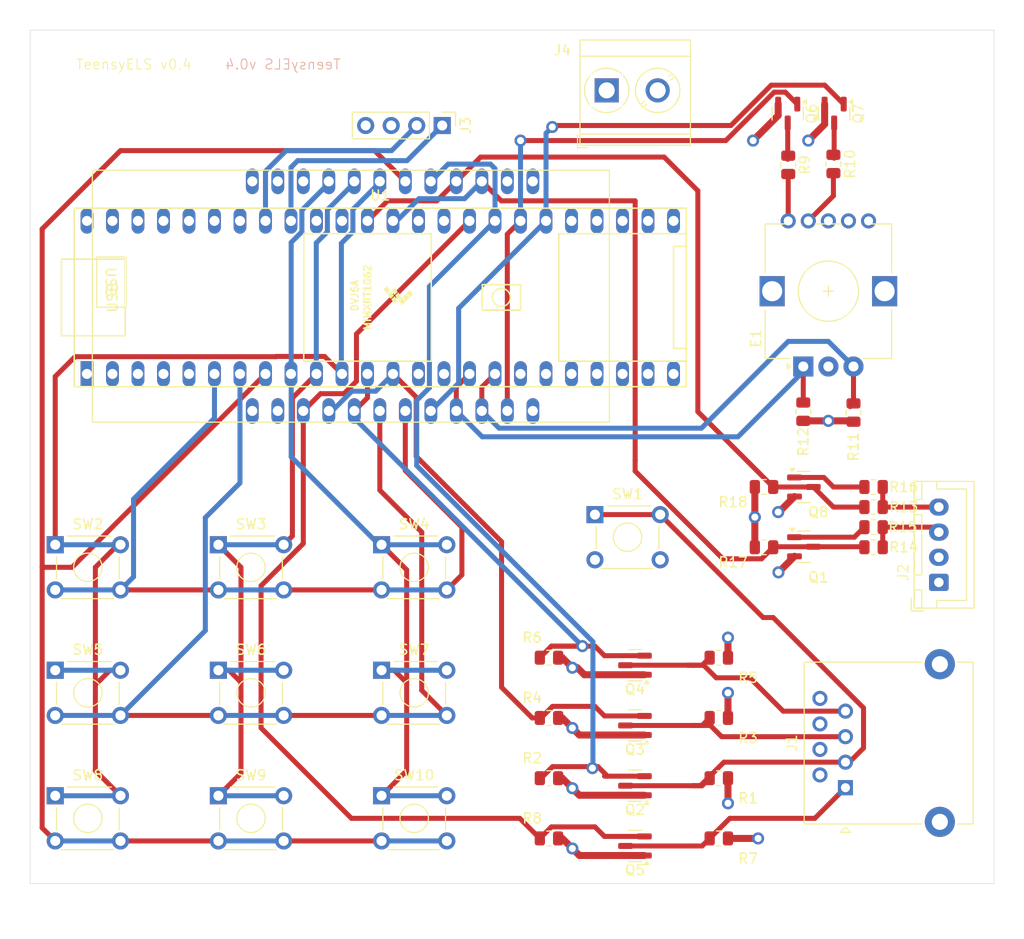
<source format=kicad_pcb>
(kicad_pcb (version 20240108) (generator "pcbnew") (generator_version "8.0")
  (layers (0 "F.Cu" signal) (1 "In1.Cu" signal) (2 "In2.Cu" signal) (31 "B.Cu" signal) (34 "B.Paste" user) (35 "F.Paste" user) (36 "B.SilkS" user "B.Silkscreen") (37 "F.SilkS" user "F.Silkscreen") (38 "B.Mask" user) (39 "F.Mask" user) (44 "Edge.Cuts" user))
  (net 0 "")
  (net 25 "GND")
  (net 26 "Net-(Q4-D)")
  (net 27 "Net-(Q5-D)")
  (net 28 "Net-(Q2-D)")
  (net 29 "Net-(Q3-D)")
  (net 30 "+5V")
  (net 31 "Net-(J2-Pin_4)")
  (net 32 "Net-(J2-Pin_3)")
  (net 33 "/SDA")
  (net 34 "/SCL")
  (net 35 "/Step")
  (net 36 "/UIEncA")
  (net 37 "/PadH1")
  (net 38 "/Red")
  (net 39 "/EncA")
  (net 40 "/PadH3")
  (net 41 "/PadV2")
  (net 42 "/PadV3")
  (net 43 "/Alm")
  (net 44 "+3.3V")
  (net 45 "/Green")
  (net 46 "/Ena")
  (net 47 "/PadV1")
  (net 48 "/PadH2")
  (net 49 "/Dir")
  (net 50 "/UIEncB")
  (net 51 "/EncB")
  (net 52 "Net-(Q1-G)")
  (net 53 "Net-(Q6-D)")
  (net 54 "Net-(Q7-D)")
  (net 55 "Net-(Q8-G)")
  (net 56 "Net-(E1-RL)")
  (net 58 "Net-(E1-GL)")
  (footprint "Package_TO_SOT_SMD:SOT-23" (layer "F.Cu") (at 77.2375 93.25 180)
    (property "Reference" "Q3")
    (property "Value" "BSS138" (hide yes))
  )
  (footprint "Resistor_SMD:R_0805_2012Metric" (layer "F.Cu") (at 90.0875 69.5 180)
    (property "Reference" "R18")
    (property "Value" "10K" (hide yes))
  )
  (footprint "TTGO_T_Display:TTGO-T-Display" (layer "F.Cu") (at 71.383686 49.09794 -90)
    (property "Reference" "MCU1" (hide yes))
    (property "Value" "TTGO-T-Display" (hide yes))
  )
  (footprint "Resistor_SMD:R_0805_2012Metric" (layer "F.Cu") (at 68.675 92.5)
    (property "Reference" "R4")
    (property "Value" "10K" (hide yes))
  )
  (footprint "Package_TO_SOT_SMD:SOT-23" (layer "F.Cu") (at 94.0625 69.5)
    (property "Reference" "Q8")
    (property "Value" "BSS138" (hide yes))
  )
  (footprint "Package_TO_SOT_SMD:SOT-23" (layer "F.Cu") (at 97.075 32.30625 -90)
    (property "Reference" "Q7")
    (property "Value" "BSS138" (hide yes))
  )
  (footprint "Resistor_SMD:R_0805_2012Metric" (layer "F.Cu") (at 99 62.0875 -90)
    (property "Reference" "R11")
    (property "Value" "10K" (hide yes))
  )
  (footprint "Resistor_SMD:R_0805_2012Metric" (layer "F.Cu") (at 94 62 90)
    (property "Reference" "R12")
    (property "Value" "10K" (hide yes))
  )
  (footprint "" (layer "F.Cu") (at 21.5 32.5)
    (property "Reference" "")
    (property "Value" "")
  )
  (footprint "Connector_JST:JST_XH_B4B-XH-A_1x04_P2.50mm_Vertical" (layer "F.Cu") (at 107.5 79 90)
    (property "Reference" "J2")
    (property "Value" "Conn_01x04_Pin" (hide yes))
  )
  (footprint "TerminalBlock_CUI:TerminalBlock_CUI_TB007-508-02_1x02_P5.08mm_Horizontal" (layer "F.Cu") (at 74.42 30)
    (property "Reference" "J4")
    (property "Value" "Screw_Terminal_01x02" (hide yes))
  )
  (footprint "teensy:Teensy41" (layer "F.Cu") (at 51.87 50.62)
    (property "Reference" "U1")
    (property "Value" "Teensy4.1")
  )
  (footprint "Resistor_SMD:R_0805_2012Metric" (layer "F.Cu") (at 85.5875 104.5 180)
    (property "Reference" "R7")
    (property "Value" "10K" (hide yes))
  )
  (footprint "Button_Switch_THT:SW_TH_Tactile_Omron_B3F-10xx" (layer "F.Cu") (at 19.5 100.25)
    (property "Reference" "SW8")
    (property "Value" "SW_Omron_B3FS" (hide yes))
  )
  (footprint "Resistor_SMD:R_0805_2012Metric" (layer "F.Cu") (at 101 75.5 180)
    (property "Reference" "R14")
    (property "Value" "0K" (hide yes))
  )
  (footprint "Resistor_SMD:R_0805_2012Metric" (layer "F.Cu") (at 85.5875 98.5 180)
    (property "Reference" "R1")
    (property "Value" "10K" (hide yes))
  )
  (footprint "" (layer "F.Cu") (at 108 29)
    (property "Reference" "")
    (property "Value" "")
  )
  (footprint "Resistor_SMD:R_0805_2012Metric" (layer "F.Cu") (at 68.675 86.5)
    (property "Reference" "R6")
    (property "Value" "10K" (hide yes))
  )
  (footprint "Button_Switch_THT:SW_TH_Tactile_Omron_B3F-10xx" (layer "F.Cu") (at 35.75 87.75)
    (property "Reference" "SW6")
    (property "Value" "SW_Omron_B3FS" (hide yes))
  )
  (footprint "Resistor_SMD:R_0805_2012Metric" (layer "F.Cu") (at 85.5875 92.5 180)
    (property "Reference" "R3")
    (property "Value" "10K" (hide yes))
  )
  (footprint "Resistor_SMD:R_0805_2012Metric" (layer "F.Cu") (at 101 73.5 180)
    (property "Reference" "R15")
    (property "Value" "10K" (hide yes))
  )
  (footprint "Button_Switch_THT:SW_TH_Tactile_Omron_B3F-10xx" (layer "F.Cu") (at 73.25 72.25)
    (property "Reference" "SW1")
    (property "Value" "SW_Omron_B3FS" (hide yes))
  )
  (footprint "Package_TO_SOT_SMD:SOT-23" (layer "F.Cu") (at 77.2375 99.25 180)
    (property "Reference" "Q2")
    (property "Value" "BSS138" (hide yes))
  )
  (footprint "Resistor_SMD:R_0805_2012Metric" (layer "F.Cu") (at 90.0875 75.5 180)
    (property "Reference" "R17")
    (property "Value" "10K" (hide yes))
  )
  (footprint "Resistor_SMD:R_0805_2012Metric" (layer "F.Cu") (at 101 69.5 180)
    (property "Reference" "R16")
    (property "Value" "10K" (hide yes))
  )
  (footprint "Package_TO_SOT_SMD:SOT-23" (layer "F.Cu") (at 77.2375 105.25 180)
    (property "Reference" "Q5")
    (property "Value" "BSS138" (hide yes))
  )
  (footprint "Resistor_SMD:R_0805_2012Metric" (layer "F.Cu") (at 85.5875 86.5 180)
    (property "Reference" "R5")
    (property "Value" "10K" (hide yes))
  )
  (footprint "Button_Switch_THT:SW_TH_Tactile_Omron_B3F-10xx" (layer "F.Cu") (at 35.75 75.25)
    (property "Reference" "SW3")
    (property "Value" "SW_Omron_B3FS" (hide yes))
  )
  (footprint "Package_TO_SOT_SMD:SOT-23" (layer "F.Cu") (at 94.0625 75.45)
    (property "Reference" "Q1")
    (property "Value" "BSS138" (hide yes))
  )
  (footprint "Resistor_SMD:R_0805_2012Metric" (layer "F.Cu") (at 92.5 37.41875 -90)
    (property "Reference" "R9")
    (property "Value" "330R" (hide yes))
  )
  (footprint "" (layer "F.Cu") (at 101.5 106)
    (property "Reference" "")
    (property "Value" "")
  )
  (footprint "Package_TO_SOT_SMD:SOT-23" (layer "F.Cu") (at 77.2375 87.25 180)
    (property "Reference" "Q4")
    (property "Value" "BSS138" (hide yes))
  )
  (footprint "Connector_RJ:RJ45_RCH_RC01937" (layer "F.Cu") (at 98.2 99.445 90)
    (property "Reference" "J1")
    (property "Value" "RJ45_Shielded" (hide yes))
  )
  (footprint "Resistor_SMD:R_0805_2012Metric" (layer "F.Cu") (at 97 37.33125 -90)
    (property "Reference" "R10")
    (property "Value" "330R" (hide yes))
  )
  (footprint "Button_Switch_THT:SW_TH_Tactile_Omron_B3F-10xx" (layer "F.Cu") (at 52 75.25)
    (property "Reference" "SW4")
    (property "Value" "SW_Omron_B3FS" (hide yes))
  )
  (footprint "" (layer "F.Cu") (at 30.5 97.5)
    (property "Reference" "")
    (property "Value" "")
  )
  (footprint "Resistor_SMD:R_0805_2012Metric" (layer "F.Cu") (at 68.675 98.5)
    (property "Reference" "R2")
    (property "Value" "10K" (hide yes))
  )
  (footprint "Connector_PinHeader_2.54mm:PinHeader_1x04_P2.54mm_Vertical" (layer "F.Cu") (at 58.04 33.5 -90)
    (property "Reference" "J3")
    (property "Value" "Conn_01x04_Pin" (hide yes))
  )
  (footprint "Resistor_SMD:R_0805_2012Metric" (layer "F.Cu") (at 68.675 104.5)
    (property "Reference" "R8")
    (property "Value" "10K" (hide yes))
  )
  (footprint "Package_TO_SOT_SMD:SOT-23" (layer "F.Cu") (at 92.45 32.30625 -90)
    (property "Reference" "Q6")
    (property "Value" "BSS138" (hide yes))
  )
  (footprint "Button_Switch_THT:SW_TH_Tactile_Omron_B3F-10xx" (layer "F.Cu") (at 19.5 75.25)
    (property "Reference" "SW2")
    (property "Value" "SW_Omron_B3FS" (hide yes))
  )
  (footprint "Rotary:Sparkfun" (layer "F.Cu") (at 96.5 50 90)
    (property "Reference" "E1")
    (property "Value" "~")
  )
  (footprint "Resistor_SMD:R_0805_2012Metric" (layer "F.Cu") (at 101 71.5 180)
    (property "Reference" "R13")
    (property "Value" "0K" (hide yes))
  )
  (footprint "Button_Switch_THT:SW_TH_Tactile_Omron_B3F-10xx" (layer "F.Cu") (at 52 87.75)
    (property "Reference" "SW7")
    (property "Value" "SW_Omron_B3FS" (hide yes))
  )
  (footprint "Button_Switch_THT:SW_TH_Tactile_Omron_B3F-10xx" (layer "F.Cu") (at 19.5 87.75)
    (property "Reference" "SW5")
    (property "Value" "SW_Omron_B3FS" (hide yes))
  )
  (footprint "Button_Switch_THT:SW_TH_Tactile_Omron_B3F-10xx" (layer "F.Cu") (at 35.75 100.25)
    (property "Reference" "SW9")
    (property "Value" "SW_Omron_B3FS" (hide yes))
  )
  (footprint "Button_Switch_THT:SW_TH_Tactile_Omron_B3F-10xx" (layer "F.Cu") (at 52 100.25)
    (property "Reference" "SW10")
    (property "Value" "SW_Omron_B3FS" (hide yes))
  )
  (gr_line (start 113 24) (end 17 24) (stroke (width 0.05)) (layer "Edge.Cuts"))
  (gr_line (start 113 109) (end 113 24) (stroke (width 0.05)) (layer "Edge.Cuts"))
  (gr_line (start 17 24) (end 17 109) (stroke (width 0.05)) (layer "Edge.Cuts"))
  (gr_line (start 17 109) (end 113 109) (stroke (width 0.05)) (layer "Edge.Cuts"))
  (gr_text "TeensyELS v0.4" (at 48 28 0) (layer "B.SilkS") (effects (font (size 1 1) (thickness 0.1)) (justify left bottom mirror)))
  (gr_text "TeensyELS v0.4\n" (at 21.5 28 0) (layer "F.SilkS") (effects (font (size 1 1) (thickness 0.1)) (justify left bottom)))
  (segment (start 93.125 70.45) (end 91.575 72) (width 0.7) (layer "F.Cu") (net 25))
  (segment (start 96.125 31.36875) (end 96.125 33.375) (width 0.7) (layer "F.Cu") (net 25))
  (segment (start 91.5 32.5) (end 89 35) (width 0.7) (layer "F.Cu") (net 25))
  (segment (start 91.5 31.36875) (end 91.5 32.5) (width 0.7) (layer "F.Cu") (net 25))
  (segment (start 96.125 33.375) (end 94.5 35) (width 0.7) (layer "F.Cu") (net 25))
  (segment (start 93.125 76.4) (end 91.525 78) (width 0.7) (layer "F.Cu") (net 25))
  (segment (start 91.575 72) (end 91.5 72) (width 0.7) (layer "F.Cu") (net 25))
  (via (at 91.525 78) (size 1.2) (drill 0.7) (layers "F.Cu" "B.Cu") (net 25))
  (via (at 91.5 72) (size 1.2) (drill 0.7) (layers "F.Cu" "B.Cu") (net 25))
  (via (at 89 35) (size 1.2) (drill 0.7) (layers "F.Cu" "B.Cu") (net 25))
  (via (at 94.5 35) (size 1.2) (drill 0.7) (layers "F.Cu" "B.Cu") (net 25))
  (segment (start 83.925 87.25) (end 83 87.25) (width 0.5) (layer "F.Cu") (net 26))
  (segment (start 92 91.825) (end 98.2 91.825) (width 0.5) (layer "F.Cu") (net 26))
  (segment (start 85.325 88.5) (end 88.675 88.5) (width 0.5) (layer "F.Cu") (net 26))
  (segment (start 82.5 87.25) (end 84.075 87.25) (width 0.5) (layer "F.Cu") (net 26))
  (segment (start 84.075 87.25) (end 85.325 88.5) (width 0.5) (layer "F.Cu") (net 26))
  (segment (start 88.675 88.5) (end 92 91.825) (width 0.5) (layer "F.Cu") (net 26))
  (segment (start 84.675 86.5) (end 83.925 87.25) (width 0.5) (layer "F.Cu") (net 26))
  (segment (start 83 87.25) (end 82.5 87.25) (width 0.5) (layer "F.Cu") (net 26))
  (segment (start 82.5 87.25) (end 76.3 87.25) (width 0.5) (layer "F.Cu") (net 26))
  (segment (start 83.925 105.25) (end 83 105.25) (width 0.5) (layer "F.Cu") (net 27))
  (segment (start 84.675 104.5) (end 83.925 105.25) (width 0.5) (layer "F.Cu") (net 27))
  (segment (start 84.675 104.5) (end 86.675 102.5) (width 0.5) (layer "F.Cu") (net 27))
  (segment (start 86.675 102.5) (end 95.145 102.5) (width 0.5) (layer "F.Cu") (net 27))
  (segment (start 95.145 102.5) (end 98.2 99.445) (width 0.5) (layer "F.Cu") (net 27))
  (segment (start 83 105.25) (end 76.3 105.25) (width 0.5) (layer "F.Cu") (net 27))
  (segment (start 83 99.25) (end 83.75 99.25) (width 0.5) (layer "F.Cu") (net 28))
  (segment (start 83.925 99.25) (end 83 99.25) (width 0.5) (layer "F.Cu") (net 28))
  (segment (start 100 95.5) (end 98.595 96.905) (width 0.5) (layer "F.Cu") (net 28))
  (segment (start 86.095 96.905) (end 98.2 96.905) (width 0.5) (layer "F.Cu") (net 28))
  (segment (start 90 82.5) (end 91 82.5) (width 0.5) (layer "F.Cu") (net 28))
  (segment (start 91 82.5) (end 100 91.5) (width 0.5) (layer "F.Cu") (net 28))
  (segment (start 83 99.25) (end 76.3 99.25) (width 0.5) (layer "F.Cu") (net 28))
  (segment (start 98.595 96.905) (end 98.2 96.905) (width 0.5) (layer "F.Cu") (net 28))
  (segment (start 83.75 99.25) (end 86.095 96.905) (width 0.5) (layer "F.Cu") (net 28))
  (segment (start 73.25 72.25) (end 79.75 72.25) (width 0.5) (layer "F.Cu") (net 28))
  (segment (start 100 91.5) (end 100 95.5) (width 0.5) (layer "F.Cu") (net 28))
  (segment (start 79.75 72.25) (end 90 82.5) (width 0.5) (layer "F.Cu") (net 28))
  (segment (start 84.675 98.5) (end 83.925 99.25) (width 0.5) (layer "F.Cu") (net 28))
  (segment (start 84.675 92.5) (end 83.925 93.25) (width 0.5) (layer "F.Cu") (net 29))
  (segment (start 84.75 93.25) (end 85.865 94.365) (width 0.5) (layer "F.Cu") (net 29))
  (segment (start 85.865 94.365) (end 98.2 94.365) (width 0.5) (layer "F.Cu") (net 29))
  (segment (start 83 93.25) (end 76.3 93.25) (width 0.5) (layer "F.Cu") (net 29))
  (segment (start 83 93.25) (end 84.75 93.25) (width 0.5) (layer "F.Cu") (net 29))
  (segment (start 83.925 93.25) (end 83 93.25) (width 0.5) (layer "F.Cu") (net 29))
  (segment (start 86.5 101) (end 86.5 98.5) (width 0.7) (layer "F.Cu") (net 30))
  (segment (start 89.5 104.5) (end 86.5 104.5) (width 0.7) (layer "F.Cu") (net 30))
  (segment (start 86.5 90) (end 86.5 92.5) (width 0.7) (layer "F.Cu") (net 30))
  (segment (start 86.5 84.5) (end 86.5 86.5) (width 0.7) (layer "F.Cu") (net 30))
  (via (at 89.5 104.5) (size 1.2) (drill 0.7) (layers "F.Cu" "B.Cu") (net 30))
  (via (at 86.5 84.5) (size 1.2) (drill 0.7) (layers "F.Cu" "B.Cu") (net 30))
  (via (at 86.5 90) (size 1.2) (drill 0.7) (layers "F.Cu" "B.Cu") (net 30))
  (via (at 86.5 101) (size 1.2) (drill 0.7) (layers "F.Cu" "B.Cu") (net 30))
  (segment (start 101.9125 71.5) (end 107.5 71.5) (width 0.5) (layer "F.Cu") (net 31))
  (segment (start 101.9125 71.5) (end 101.9125 69.5) (width 0.5) (layer "F.Cu") (net 31))
  (segment (start 101.9125 73.5) (end 107 73.5) (width 0.5) (layer "F.Cu") (net 32))
  (segment (start 101.9125 75.5) (end 101.9125 73.5) (width 0.5) (layer "F.Cu") (net 32))
  (segment (start 107 73.5) (end 107.5 74) (width 0.5) (layer "F.Cu") (net 32))
  (segment (start 54.54 37) (end 43.643336 37) (width 0.5) (layer "B.Cu") (net 33))
  (segment (start 43.643336 37) (end 42.98 37.663336) (width 0.5) (layer "B.Cu") (net 33))
  (segment (start 58.04 33.5) (end 54.54 37) (width 0.5) (layer "B.Cu") (net 33))
  (segment (start 42.98 37.663336) (end 42.98 43) (width 0.5) (layer "B.Cu") (net 33))
  (segment (start 40.44 38.06) (end 40.44 43) (width 0.5) (layer "B.Cu") (net 34))
  (segment (start 55.5 33.5) (end 53 36) (width 0.5) (layer "B.Cu") (net 34))
  (segment (start 42.5 36) (end 40.44 38.06) (width 0.5) (layer "B.Cu") (net 34))
  (segment (start 53 36) (end 42.5 36) (width 0.5) (layer "B.Cu") (net 34))
  (segment (start 68.9125 85.35) (end 73.25 85.35) (width 0.5) (layer "F.Cu") (net 35))
  (segment (start 50.6 60.610626) (end 49.285686 61.92494) (width 0.5) (layer "F.Cu") (net 35))
  (segment (start 68.9125 85.35) (end 72 85.35) (width 0.5) (layer "F.Cu") (net 35))
  (segment (start 73.25 85.35) (end 74.2 86.3) (width 0.5) (layer "F.Cu") (net 35))
  (segment (start 78.175 86.3) (end 74.2 86.3) (width 0.5) (layer "F.Cu") (net 35))
  (segment (start 67.7625 86.5) (end 68.9125 85.35) (width 0.5) (layer "F.Cu") (net 35))
  (segment (start 50.6 58.24) (end 50.6 60.610626) (width 0.5) (layer "F.Cu") (net 35))
  (via (at 72 85.35) (size 1.2) (drill 0.7) (layers "F.Cu" "B.Cu") (net 35))
  (segment (start 49.285686 62.635686) (end 49.285686 61.92494) (width 0.5) (layer "B.Cu") (net 35))
  (segment (start 72 85.35) (end 49.285686 62.635686) (width 0.5) (layer "B.Cu") (net 35))
  (segment (start 59.445686 61.92494) (end 59.445686 59.554314) (width 0.5) (layer "F.Cu") (net 36))
  (segment (start 59.445686 59.554314) (end 60.76 58.24) (width 0.5) (layer "F.Cu") (net 36))
  (segment (start 94 57.5) (end 94 61.0875) (width 0.5) (layer "F.Cu") (net 36))
  (segment (start 94 58) (end 94 57.5) (width 0.5) (layer "B.Cu") (net 36))
  (segment (start 87.5 64.5) (end 94 58) (width 0.5) (layer "B.Cu") (net 36))
  (segment (start 59.445686 61.92494) (end 62.020746 64.5) (width 0.5) (layer "B.Cu") (net 36))
  (segment (start 62.020746 64.5) (end 87.5 64.5) (width 0.5) (layer "B.Cu") (net 36))
  (segment (start 54.365686 61.92494) (end 54.365686 67.865686) (width 0.5) (layer "F.Cu") (net 37))
  (segment (start 54.365686 67.865686) (end 60 73.5) (width 0.5) (layer "F.Cu") (net 37))
  (segment (start 60 78.25) (end 58.5 79.75) (width 0.5) (layer "F.Cu") (net 37))
  (segment (start 26 79.75) (end 35.75 79.75) (width 0.5) (layer "F.Cu") (net 37))
  (segment (start 42.25 79.75) (end 52 79.75) (width 0.5) (layer "F.Cu") (net 37))
  (segment (start 60 73.5) (end 60 78.25) (width 0.5) (layer "F.Cu") (net 37))
  (segment (start 35.75 79.75) (end 42.25 79.75) (width 0.5) (layer "B.Cu") (net 37))
  (segment (start 27.3 78.45) (end 26 79.75) (width 0.5) (layer "B.Cu") (net 37))
  (segment (start 52 79.75) (end 58.5 79.75) (width 0.5) (layer "B.Cu") (net 37))
  (segment (start 35.36 62.64) (end 27.3 70.7) (width 0.5) (layer "B.Cu") (net 37))
  (segment (start 35.36 58.24) (end 35.36 62.64) (width 0.5) (layer "B.Cu") (net 37))
  (segment (start 27.3 70.7) (end 27.3 78.45) (width 0.5) (layer "B.Cu") (net 37))
  (segment (start 19.5 79.75) (end 26 79.75) (width 0.5) (layer "B.Cu") (net 37))
  (segment (start 86.278566 35) (end 65.84 35) (width 0.5) (layer "F.Cu") (net 38))
  (segment (start 92.2125 30.18125) (end 91.097316 30.18125) (width 0.5) (layer "F.Cu") (net 38))
  (segment (start 64.525686 44.314314) (end 64.525686 61.92494) (width 0.5) (layer "F.Cu") (net 38))
  (segment (start 65.84 43) (end 64.525686 44.314314) (width 0.5) (layer "F.Cu") (net 38))
  (segment (start 91.097316 30.18125) (end 86.278566 35) (width 0.5) (layer "F.Cu") (net 38))
  (segment (start 93.4 31.36875) (end 92.2125 30.18125) (width 0.5) (layer "F.Cu") (net 38))
  (via (at 65.84 35) (size 1.2) (drill 0.7) (layers "F.Cu" "B.Cu") (net 38))
  (segment (start 65.84 43) (end 65.84 35) (width 0.5) (layer "B.Cu") (net 38))
  (segment (start 97 71.5) (end 100.0875 71.5) (width 0.5) (layer "F.Cu") (net 39))
  (segment (start 83.5 40) (end 80.14494 36.64494) (width 0.5) (layer "F.Cu") (net 39))
  (segment (start 50.6 43) (end 52.6 41) (width 0.5) (layer "F.Cu") (net 39))
  (segment (start 52.6 41) (end 57.510626 41) (width 0.5) (layer "F.Cu") (net 39))
  (segment (start 61.865686 36.64494) (end 59.445686 39.06494) (width 0.5) (layer "F.Cu") (net 39))
  (segment (start 91 69.5) (end 95 69.5) (width 0.5) (layer "F.Cu") (net 39))
  (segment (start 80.14494 36.64494) (end 61.865686 36.64494) (width 0.5) (layer "F.Cu") (net 39))
  (segment (start 95 69.5) (end 97 71.5) (width 0.5) (layer "F.Cu") (net 39))
  (segment (start 83.5 62) (end 83.5 40) (width 0.5) (layer "F.Cu") (net 39))
  (segment (start 91 69.5) (end 83.5 62) (width 0.5) (layer "F.Cu") (net 39))
  (segment (start 57.510626 41) (end 59.445686 39.06494) (width 0.5) (layer "F.Cu") (net 39))
  (segment (start 40.44 58.24) (end 21.18 77.5) (width 0.5) (layer "F.Cu") (net 40))
  (segment (start 21.18 77.5) (end 18.2 77.5) (width 0.5) (layer "F.Cu") (net 40))
  (segment (start 26 104.75) (end 35.75 104.75) (width 0.5) (layer "F.Cu") (net 40))
  (segment (start 26 36) (end 18.2 43.8) (width 0.5) (layer "F.Cu") (net 40))
  (segment (start 54.365686 39.06494) (end 51.300746 36) (width 0.5) (layer "F.Cu") (net 40))
  (segment (start 51.300746 36) (end 26 36) (width 0.5) (layer "F.Cu") (net 40))
  (segment (start 18.2 103.45) (end 19.5 104.75) (width 0.5) (layer "F.Cu") (net 40))
  (segment (start 18.2 77.5) (end 18.2 103.45) (width 0.5) (layer "F.Cu") (net 40))
  (segment (start 18.2 43.8) (end 18.2 77.5) (width 0.5) (layer "F.Cu") (net 40))
  (segment (start 42.25 104.75) (end 52 104.75) (width 0.5) (layer "F.Cu") (net 40))
  (segment (start 35.75 104.75) (end 42.25 104.75) (width 0.5) (layer "B.Cu") (net 40))
  (segment (start 52 104.75) (end 58.5 104.75) (width 0.5) (layer "B.Cu") (net 40))
  (segment (start 19.5 104.75) (end 26 104.75) (width 0.5) (layer "B.Cu") (net 40))
  (segment (start 38 77.5) (end 35.75 75.25) (width 0.5) (layer "F.Cu") (net 41))
  (segment (start 38 90.5) (end 38 77.5) (width 0.5) (layer "F.Cu") (net 41))
  (segment (start 43.120686 60.639314) (end 45.52 58.24) (width 0.5) (layer "F.Cu") (net 41))
  (segment (start 42.25 75.25) (end 43.120686 74.379314) (width 0.5) (layer "F.Cu") (net 41))
  (segment (start 35.75 87.75) (end 36.8 87.75) (width 0.5) (layer "F.Cu") (net 41))
  (segment (start 43.120686 74.379314) (end 43.120686 60.639314) (width 0.5) (layer "F.Cu") (net 41))
  (segment (start 36.8 87.75) (end 38 88.95) (width 0.5) (layer "F.Cu") (net 41))
  (segment (start 38 88.95) (end 38 90.5) (width 0.5) (layer "F.Cu") (net 41))
  (segment (start 38 98) (end 38 90.5) (width 0.5) (layer "F.Cu") (net 41))
  (segment (start 35.75 100.25) (end 38 98) (width 0.5) (layer "F.Cu") (net 41))
  (segment (start 42.5 75) (end 42.25 75.25) (width 0.5) (layer "B.Cu") (net 41))
  (segment (start 45.5 58.22) (end 45.52 58.24) (width 0.5) (layer "B.Cu") (net 41))
  (segment (start 45.5 45.189422) (end 45.5 58.22) (width 0.5) (layer "B.Cu") (net 41))
  (segment (start 35.75 100.25) (end 42.25 100.25) (width 0.5) (layer "B.Cu") (net 41))
  (segment (start 46.605 41.895) (end 46.605 44.084422) (width 0.5) (layer "B.Cu") (net 41))
  (segment (start 42.25 87.75) (end 35.75 87.75) (width 0.5) (layer "B.Cu") (net 41))
  (segment (start 49.285686 39.214314) (end 46.605 41.895) (width 0.5) (layer "B.Cu") (net 41))
  (segment (start 35.75 75.25) (end 42.25 75.25) (width 0.5) (layer "B.Cu") (net 41))
  (segment (start 46.605 44.084422) (end 45.5 45.189422) (width 0.5) (layer "B.Cu") (net 41))
  (segment (start 49.285686 39.06494) (end 49.285686 39.214314) (width 0.5) (layer "B.Cu") (net 41))
  (segment (start 54.25 98) (end 54.5 98) (width 0.5) (layer "F.Cu") (net 42))
  (segment (start 52 87.75) (end 53.25 87.75) (width 0.5) (layer "F.Cu") (net 42))
  (segment (start 54.5 98) (end 54.5 77.75) (width 0.5) (layer "F.Cu") (net 42))
  (segment (start 54.5 77.75) (end 52 75.25) (width 0.5) (layer "F.Cu") (net 42))
  (segment (start 53.25 87.75) (end 54.5 89) (width 0.5) (layer "F.Cu") (net 42))
  (segment (start 52 100.25) (end 54.25 98) (width 0.5) (layer "F.Cu") (net 42))
  (segment (start 51.75 75.25) (end 43 66.5) (width 0.5) (layer "B.Cu") (net 42))
  (segment (start 52 87.75) (end 58.5 87.75) (width 0.5) (layer "B.Cu") (net 42))
  (segment (start 52 75.25) (end 51.75 75.25) (width 0.5) (layer "B.Cu") (net 42))
  (segment (start 43 66.5) (end 43 58.26) (width 0.5) (layer "B.Cu") (net 42))
  (segment (start 43 45.149422) (end 43 58.22) (width 0.5) (layer "B.Cu") (net 42))
  (segment (start 44.084422 41.915578) (end 44.065 41.915578) (width 0.5) (layer "B.Cu") (net 42))
  (segment (start 44.065 41.915578) (end 44.065 44.084422) (width 0.5) (layer "B.Cu") (net 42))
  (segment (start 52 75.25) (end 58.5 75.25) (width 0.5) (layer "B.Cu") (net 42))
  (segment (start 44.065 44.084422) (end 43 45.149422) (width 0.5) (layer "B.Cu") (net 42))
  (segment (start 43 58.22) (end 42.98 58.24) (width 0.5) (layer "B.Cu") (net 42))
  (segment (start 46.745686 39.254314) (end 44.084422 41.915578) (width 0.5) (layer "B.Cu") (net 42))
  (segment (start 43 58.26) (end 42.98 58.24) (width 0.5) (layer "B.Cu") (net 42))
  (segment (start 52 100.25) (end 58.5 100.25) (width 0.5) (layer "B.Cu") (net 42))
  (segment (start 46.745686 39.06494) (end 46.745686 39.254314) (width 0.5) (layer "B.Cu") (net 42))
  (segment (start 49 102.5) (end 40 93.5) (width 0.5) (layer "F.Cu") (net 43))
  (segment (start 67.7625 104.5) (end 65.7625 102.5) (width 0.5) (layer "F.Cu") (net 43))
  (segment (start 65.7625 102.5) (end 49 102.5) (width 0.5) (layer "F.Cu") (net 43))
  (segment (start 49.5 54.26) (end 49.5 58.969422) (width 0.5) (layer "F.Cu") (net 43))
  (segment (start 78.175 104.3) (end 74.2 104.3) (width 0.5) (layer "F.Cu") (net 43))
  (segment (start 40 93.5) (end 40 79.338478) (width 0.5) (layer "F.Cu") (net 43))
  (segment (start 60.76 43) (end 49.5 54.26) (width 0.5) (layer "F.Cu") (net 43))
  (segment (start 73.25 103.35) (end 74.2 104.3) (width 0.5) (layer "F.Cu") (net 43))
  (segment (start 67.7625 104.5) (end 68.9125 103.35) (width 0.5) (layer "F.Cu") (net 43))
  (segment (start 48.264482 60.20494) (end 45.925686 60.20494) (width 0.5) (layer "F.Cu") (net 43))
  (segment (start 44.205686 75.132792) (end 44.205686 61.92494) (width 0.5) (layer "F.Cu") (net 43))
  (segment (start 49.5 58.969422) (end 48.264482 60.20494) (width 0.5) (layer "F.Cu") (net 43))
  (segment (start 68.9125 103.35) (end 73.25 103.35) (width 0.5) (layer "F.Cu") (net 43))
  (segment (start 45.925686 60.20494) (end 44.205686 61.92494) (width 0.5) (layer "F.Cu") (net 43))
  (segment (start 40 79.338478) (end 44.205686 75.132792) (width 0.5) (layer "F.Cu") (net 43))
  (segment (start 71 105.5) (end 71.7 106.2) (width 0.7) (layer "F.Cu") (net 44))
  (segment (start 96.5 62.9125) (end 98.9125 62.9125) (width 0.7) (layer "F.Cu") (net 44))
  (segment (start 94 62.9125) (end 96.5 62.9125) (width 0.7) (layer "F.Cu") (net 44))
  (segment (start 70 92.5) (end 71 93.5) (width 0.7) (layer "F.Cu") (net 44))
  (segment (start 69.5875 98.5) (end 70 98.5) (width 0.7) (layer "F.Cu") (net 44))
  (segment (start 70 98.5) (end 71 99.5) (width 0.7) (layer "F.Cu") (net 44))
  (segment (start 72.2 88.2) (end 78.175 88.2) (width 0.7) (layer "F.Cu") (net 44))
  (segment (start 70 104.5) (end 71 105.5) (width 0.7) (layer "F.Cu") (net 44))
  (segment (start 89.175 69.5) (end 89.175 72.5) (width 0.7) (layer "F.Cu") (net 44))
  (segment (start 98.9125 62.9125) (end 99 63) (width 0.7) (layer "F.Cu") (net 44))
  (segment (start 71.7 94.2) (end 78.175 94.2) (width 0.7) (layer "F.Cu") (net 44))
  (segment (start 69.5875 86.5) (end 70 86.5) (width 0.7) (layer "F.Cu") (net 44))
  (segment (start 69.5875 104.5) (end 70 104.5) (width 0.7) (layer "F.Cu") (net 44))
  (segment (start 71 93.5) (end 71.7 94.2) (width 0.7) (layer "F.Cu") (net 44))
  (segment (start 71.7 100.2) (end 78.175 100.2) (width 0.7) (layer "F.Cu") (net 44))
  (segment (start 70 86.5) (end 71 87.5) (width 0.7) (layer "F.Cu") (net 44))
  (segment (start 69.5875 92.5) (end 70 92.5) (width 0.7) (layer "F.Cu") (net 44))
  (segment (start 71.7 106.2) (end 78.175 106.2) (width 0.7) (layer "F.Cu") (net 44))
  (segment (start 71.5 87.5) (end 72.2 88.2) (width 0.7) (layer "F.Cu") (net 44))
  (segment (start 71 87.5) (end 71.5 87.5) (width 0.7) (layer "F.Cu") (net 44))
  (segment (start 71 99.5) (end 71.7 100.2) (width 0.7) (layer "F.Cu") (net 44))
  (segment (start 89.175 72.5) (end 89.175 75.5) (width 0.7) (layer "F.Cu") (net 44))
  (via (at 71 87.5) (size 1.2) (drill 0.7) (layers "F.Cu" "B.Cu") (net 44))
  (via (at 71 99.5) (size 1.2) (drill 0.7) (layers "F.Cu" "B.Cu") (net 44))
  (via (at 89.175 72.5) (size 1.2) (drill 0.7) (layers "F.Cu" "B.Cu") (net 44))
  (via (at 71 93.5) (size 1.2) (drill 0.7) (layers "F.Cu" "B.Cu") (net 44))
  (via (at 96.5 62.9125) (size 1.2) (drill 0.7) (layers "F.Cu" "B.Cu") (net 44))
  (via (at 71 105.5) (size 1.2) (drill 0.7) (layers "F.Cu" "B.Cu") (net 44))
  (segment (start 69 33.65) (end 69.15 33.5) (width 0.5) (layer "F.Cu") (net 45))
  (segment (start 96.1375 29.48125) (end 98.025 31.36875) (width 0.5) (layer "F.Cu") (net 45))
  (segment (start 69.15 33.5) (end 86.788616 33.5) (width 0.5) (layer "F.Cu") (net 45))
  (segment (start 90.807366 29.48125) (end 96.1375 29.48125) (width 0.5) (layer "F.Cu") (net 45))
  (segment (start 86.788616 33.5) (end 90.807366 29.48125) (width 0.5) (layer "F.Cu") (net 45))
  (via (at 69 33.65) (size 1.2) (drill 0.7) (layers "F.Cu" "B.Cu") (net 45))
  (segment (start 68.38 43) (end 68.38 34.27) (width 0.5) (layer "B.Cu") (net 45))
  (segment (start 59.675 59.155626) (end 59.675 51.705) (width 0.5) (layer "B.Cu") (net 45))
  (segment (start 59.675 51.705) (end 68.38 43) (width 0.5) (layer "B.Cu") (net 45))
  (segment (start 68.38 34.27) (end 69 33.65) (width 0.5) (layer "B.Cu") (net 45))
  (segment (start 56.905686 61.92494) (end 59.675 59.155626) (width 0.5) (layer "B.Cu") (net 45))
  (segment (start 67.878122 98.5) (end 69.028122 97.35) (width 0.5) (layer "F.Cu") (net 46))
  (segment (start 73.55 97.35) (end 74.5 98.3) (width 0.5) (layer "F.Cu") (net 46))
  (segment (start 78.175 98.3) (end 74.5 98.3) (width 0.5) (layer "F.Cu") (net 46))
  (segment (start 74.5 98.3) (end 74.2 98.3) (width 0.5) (layer "F.Cu") (net 46))
  (segment (start 69.028122 97.35) (end 73.55 97.35) (width 0.5) (layer "F.Cu") (net 46))
  (segment (start 67.7625 98.5) (end 67.878122 98.5) (width 0.5) (layer "F.Cu") (net 46))
  (via (at 73 97.5) (size 1.2) (drill 0.7) (layers "F.Cu" "B.Cu") (net 46))
  (segment (start 58.625686 37.34494) (end 62.84494 37.34494) (width 0.5) (layer "B.Cu") (net 46))
  (segment (start 62.84494 37.34494) (end 63.3 37.8) (width 0.5) (layer "B.Cu") (net 46))
  (segment (start 73.05 97.45) (end 73 97.5) (width 0.5) (layer "B.Cu") (net 46))
  (segment (start 73.05 84.915075) (end 73.05 97.45) (width 0.5) (layer "B.Cu") (net 46))
  (segment (start 63.3 37.8) (end 63.3 43) (width 0.5) (layer "B.Cu") (net 46))
  (segment (start 55.5 60.879832) (end 55.5 67.365075) (width 0.5) (layer "B.Cu") (net 46))
  (segment (start 55.5 67.365075) (end 73.05 84.915075) (width 0.5) (layer "B.Cu") (net 46))
  (segment (start 56.765 59.614832) (end 55.5 60.879832) (width 0.5) (layer "B.Cu") (net 46))
  (segment (start 56.905686 39.06494) (end 58.625686 37.34494) (width 0.5) (layer "B.Cu") (net 46))
  (segment (start 63.3 43) (end 56.765 49.535) (width 0.5) (layer "B.Cu") (net 46))
  (segment (start 56.765 49.535) (end 56.765 59.614832) (width 0.5) (layer "B.Cu") (net 46))
  (segment (start 26 87.75) (end 24.95 87.75) (width 0.5) (layer "F.Cu") (net 47))
  (segment (start 23.5 77.5) (end 23.5 89) (width 0.5) (layer "F.Cu") (net 47))
  (segment (start 19.5 58.5) (end 19.5 75.25) (width 0.5) (layer "F.Cu") (net 47))
  (segment (start 23.7 89) (end 23.5 89) (width 0.5) (layer "F.Cu") (net 47))
  (segment (start 41.5 56.5) (end 41.48 56.52) (width 0.5) (layer "F.Cu") (net 47))
  (segment (start 23.5 89) (end 23.5 97.75) (width 0.5) (layer "F.Cu") (net 47))
  (segment (start 26 75.25) (end 25.75 75.25) (width 0.5) (layer "F.Cu") (net 47))
  (segment (start 46.32 56.5) (end 41.5 56.5) (width 0.5) (layer "F.Cu") (net 47))
  (segment (start 48.06 58.24) (end 46.32 56.5) (width 0.5) (layer "F.Cu") (net 47))
  (segment (start 23.5 97.75) (end 26 100.25) (width 0.5) (layer "F.Cu") (net 47))
  (segment (start 24.95 87.75) (end 23.7 89) (width 0.5) (layer "F.Cu") (net 47))
  (segment (start 25.75 75.25) (end 23.5 77.5) (width 0.5) (layer "F.Cu") (net 47))
  (segment (start 21.48 56.52) (end 19.5 58.5) (width 0.5) (layer "F.Cu") (net 47))
  (segment (start 41.48 56.52) (end 21.48 56.52) (width 0.5) (layer "F.Cu") (net 47))
  (segment (start 49.145 44.084422) (end 48 45.229422) (width 0.5) (layer "B.Cu") (net 47))
  (segment (start 19.5 100.25) (end 26 100.25) (width 0.5) (layer "B.Cu") (net 47))
  (segment (start 26 87.75) (end 19.5 87.75) (width 0.5) (layer "B.Cu") (net 47))
  (segment (start 51.825686 39.174314) (end 49.145 41.855) (width 0.5) (layer "B.Cu") (net 47))
  (segment (start 48 58.18) (end 48.06 58.24) (width 0.5) (layer "B.Cu") (net 47))
  (segment (start 49.145 41.855) (end 49.145 44.084422) (width 0.5) (layer "B.Cu") (net 47))
  (segment (start 19.5 75.25) (end 26 75.25) (width 0.5) (layer "B.Cu") (net 47))
  (segment (start 51.825686 39.06494) (end 51.825686 39.174314) (width 0.5) (layer "B.Cu") (net 47))
  (segment (start 48 45.229422) (end 48 58.18) (width 0.5) (layer "B.Cu") (net 47))
  (segment (start 56 73.989949) (end 51.825686 69.815635) (width 0.5) (layer "F.Cu") (net 48))
  (segment (start 51.825686 69.815635) (end 51.825686 61.92494) (width 0.5) (layer "F.Cu") (net 48))
  (segment (start 58.5 92.25) (end 56 89.75) (width 0.5) (layer "F.Cu") (net 48))
  (segment (start 56 89.75) (end 56 73.989949) (width 0.5) (layer "F.Cu") (net 48))
  (segment (start 42.25 92.25) (end 52 92.25) (width 0.5) (layer "F.Cu") (net 48))
  (segment (start 26 92.25) (end 35.75 92.25) (width 0.5) (layer "F.Cu") (net 48))
  (segment (start 19.5 92.25) (end 26 92.25) (width 0.5) (layer "B.Cu") (net 48))
  (segment (start 52 92.25) (end 58.5 92.25) (width 0.5) (layer "B.Cu") (net 48))
  (segment (start 37.9 69.1) (end 37.9 58.24) (width 0.5) (layer "B.Cu") (net 48))
  (segment (start 34.45 72.55) (end 37.9 69.1) (width 0.5) (layer "B.Cu") (net 48))
  (segment (start 34.45 83.8) (end 34.45 72.55) (width 0.5) (layer "B.Cu") (net 48))
  (segment (start 35.75 92.25) (end 42.25 92.25) (width 0.5) (layer "B.Cu") (net 48))
  (segment (start 26 92.25) (end 34.45 83.8) (width 0.5) (layer "B.Cu") (net 48))
  (segment (start 69.028122 91.35) (end 73.25 91.35) (width 0.5) (layer "F.Cu") (net 49))
  (segment (start 67.7625 92.5) (end 67 92.5) (width 0.5) (layer "F.Cu") (net 49))
  (segment (start 67.7625 92.5) (end 67.7625 92.615622) (width 0.5) (layer "F.Cu") (net 49))
  (segment (start 63.95 89.45) (end 63.95 74.95) (width 0.5) (layer "F.Cu") (net 49))
  (segment (start 63.95 74.95) (end 55.450686 66.450686) (width 0.5) (layer "F.Cu") (net 49))
  (segment (start 55.450686 60.550686) (end 53.14 58.24) (width 0.5) (layer "F.Cu") (net 49))
  (segment (start 67 92.5) (end 63.95 89.45) (width 0.5) (layer "F.Cu") (net 49))
  (segment (start 55.450686 66.450686) (end 55.450686 60.550686) (width 0.5) (layer "F.Cu") (net 49))
  (segment (start 73.25 91.35) (end 74.2 92.3) (width 0.5) (layer "F.Cu") (net 49))
  (segment (start 74.2 92.3) (end 78.175 92.3) (width 0.5) (layer "F.Cu") (net 49))
  (segment (start 67.7625 92.615622) (end 69.028122 91.35) (width 0.5) (layer "F.Cu") (net 49))
  (segment (start 47.07506 61.92494) (end 49.04 59.96) (width 0.5) (layer "B.Cu") (net 49))
  (segment (start 51.42 59.96) (end 53.14 58.24) (width 0.5) (layer "B.Cu") (net 49))
  (segment (start 49.04 59.96) (end 51.42 59.96) (width 0.5) (layer "B.Cu") (net 49))
  (segment (start 46.745686 61.92494) (end 47.07506 61.92494) (width 0.5) (layer "B.Cu") (net 49))
  (segment (start 98.675 61.5) (end 99 61.175) (width 0.5) (layer "F.Cu") (net 50))
  (segment (start 99 57.5) (end 99 61.175) (width 0.5) (layer "F.Cu") (net 50))
  (segment (start 61.985686 59.554314) (end 63.3 58.24) (width 0.5) (layer "F.Cu") (net 50))
  (segment (start 61.985686 61.92494) (end 61.985686 59.554314) (width 0.5) (layer "F.Cu") (net 50))
  (segment (start 61.985686 61.92494) (end 63.705686 63.64494) (width 0.5) (layer "B.Cu") (net 50))
  (segment (start 83.85506 63.64494) (end 92.5 55) (width 0.5) (layer "B.Cu") (net 50))
  (segment (start 63.705686 63.64494) (end 83.85506 63.64494) (width 0.5) (layer "B.Cu") (net 50))
  (segment (start 92.5 55) (end 96.5 55) (width 0.5) (layer "B.Cu") (net 50))
  (segment (start 96.5 55) (end 99 57.5) (width 0.5) (layer "B.Cu") (net 50))
  (segment (start 77.255228 66.850884) (end 77.255228 67.91675) (width 0.5) (layer "F.Cu") (net 51))
  (segment (start 95 75.45) (end 91.05 75.45) (width 0.5) (layer "F.Cu") (net 51))
  (segment (start 77.257107 66.849005) (end 77.255228 66.850884) (width 0.5) (layer "F.Cu") (net 51))
  (segment (start 89.85 76.65) (end 91 75.5) (width 0.5) (layer "F.Cu") (net 51))
  (segment (start 95 75.45) (end 100.0375 75.45) (width 0.5) (layer "F.Cu") (net 51))
  (segment (start 91.05 75.45) (end 91 75.5) (width 0.5) (layer "F.Cu") (net 51))
  (segment (start 77.255228 67.91675) (end 85.988478 76.65) (width 0.5) (layer "F.Cu") (net 51))
  (segment (start 100.0375 75.45) (end 100.0875 75.5) (width 0.5) (layer "F.Cu") (net 51))
  (segment (start 63.920746 41) (end 77.257107 41) (width 0.5) (layer "F.Cu") (net 51))
  (segment (start 85.988478 76.65) (end 89.85 76.65) (width 0.5) (layer "F.Cu") (net 51))
  (segment (start 77.257107 41) (end 77.257107 66.849005) (width 0.5) (layer "F.Cu") (net 51))
  (segment (start 61.985686 39.06494) (end 63.920746 41) (width 0.5) (layer "F.Cu") (net 51))
  (segment (start 55.725638 40.78494) (end 60.265686 40.78494) (width 0.5) (layer "B.Cu") (net 51))
  (segment (start 53.510578 43) (end 55.725638 40.78494) (width 0.5) (layer "B.Cu") (net 51))
  (segment (start 60.265686 40.78494) (end 61.985686 39.06494) (width 0.5) (layer "B.Cu") (net 51))
  (segment (start 53.14 43) (end 53.510578 43) (width 0.5) (layer "B.Cu") (net 51))
  (segment (start 99.0875 74.5) (end 100.0875 73.5) (width 0.5) (layer "F.Cu") (net 52))
  (segment (start 93.125 74.5) (end 99.0875 74.5) (width 0.5) (layer "F.Cu") (net 52))
  (segment (start 92.45 33.24375) (end 92.45 36.86875) (width 0.5) (layer "F.Cu") (net 53))
  (segment (start 92.45 36.45625) (end 92.5 36.50625) (width 0.5) (layer "F.Cu") (net 53))
  (segment (start 97.075 36.34375) (end 97 36.41875) (width 0.5) (layer "F.Cu") (net 54))
  (segment (start 97.075 33.24375) (end 97.075 36.75625) (width 0.5) (layer "F.Cu") (net 54))
  (segment (start 93.125 68.55) (end 96.05 68.55) (width 0.5) (layer "F.Cu") (net 55))
  (segment (start 96.05 68.55) (end 97 69.5) (width 0.5) (layer "F.Cu") (net 55))
  (segment (start 97 69.5) (end 100.0875 69.5) (width 0.5) (layer "F.Cu") (net 55))
  (segment (start 92.5 38.33125) (end 92.5 43) (width 0.5) (layer "F.Cu") (net 56))
  (segment (start 97 40.5) (end 97 38.24375) (width 0.5) (layer "F.Cu") (net 58))
  (segment (start 94.5 43) (end 97 40.5) (width 0.5) (layer "F.Cu") (net 58))
)
</source>
